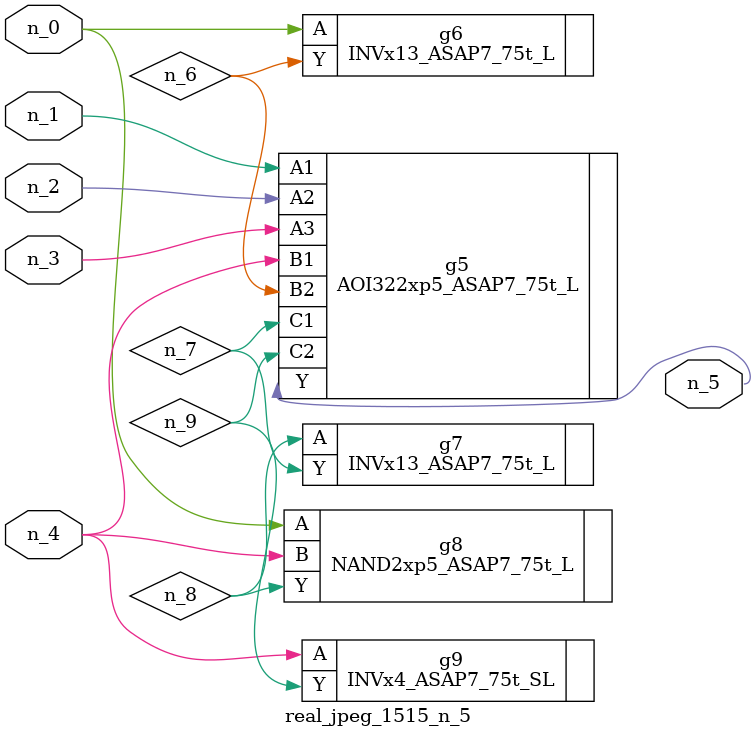
<source format=v>
module real_jpeg_1515_n_5 (n_4, n_0, n_1, n_2, n_3, n_5);

input n_4;
input n_0;
input n_1;
input n_2;
input n_3;

output n_5;

wire n_8;
wire n_6;
wire n_7;
wire n_9;

INVx13_ASAP7_75t_L g6 ( 
.A(n_0),
.Y(n_6)
);

NAND2xp5_ASAP7_75t_L g8 ( 
.A(n_0),
.B(n_4),
.Y(n_8)
);

AOI322xp5_ASAP7_75t_L g5 ( 
.A1(n_1),
.A2(n_2),
.A3(n_3),
.B1(n_4),
.B2(n_6),
.C1(n_7),
.C2(n_9),
.Y(n_5)
);

INVx4_ASAP7_75t_SL g9 ( 
.A(n_4),
.Y(n_9)
);

INVx13_ASAP7_75t_L g7 ( 
.A(n_8),
.Y(n_7)
);


endmodule
</source>
